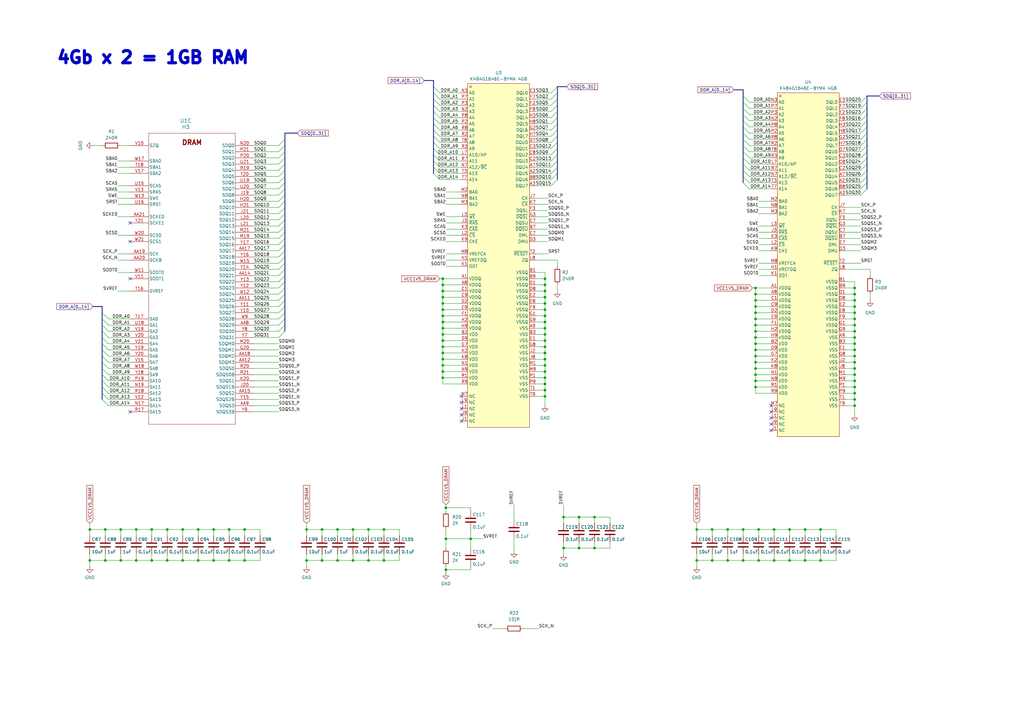
<source format=kicad_sch>
(kicad_sch (version 20250114) (generator "eeschema") (generator_version "9.0")
  (paper "A3")
  (text "4Gb x 2 = 1GB RAM" (at 22.86 26.67 0) (effects (font (size 5 5) (thickness 2) (bold yes)) (justify left bottom)))
  (junction (at 181.61 134.62))
  (junction (at 223.52 152.4))
  (junction (at 350.52 140.97))
  (junction (at 87.63 217.17))
  (junction (at 223.52 121.92))
  (junction (at 223.52 144.78))
  (junction (at 330.2 217.17))
  (junction (at 350.52 148.59))
  (junction (at 231.14 212.09))
  (junction (at 350.52 166.37))
  (junction (at 223.52 137.16))
  (junction (at 350.52 118.11))
  (junction (at 223.52 139.7))
  (junction (at 309.88 156.21))
  (junction (at 223.52 160.02))
  (junction (at 298.45 229.87))
  (junction (at 292.1 229.87))
  (junction (at 182.88 208.28))
  (junction (at 74.93 217.17))
  (junction (at 350.52 120.65))
  (junction (at 223.52 124.46))
  (junction (at 350.52 163.83))
  (junction (at 68.58 229.87))
  (junction (at 181.61 127))
  (junction (at 350.52 130.81))
  (junction (at 43.18 217.17))
  (junction (at 74.93 229.87))
  (junction (at 223.52 149.86))
  (junction (at 181.61 154.94))
  (junction (at 223.52 116.84))
  (junction (at 181.61 114.3))
  (junction (at 62.23 229.87))
  (junction (at 311.15 217.17))
  (junction (at 330.2 229.87))
  (junction (at 223.52 119.38))
  (junction (at 350.52 161.29))
  (junction (at 237.49 212.09))
  (junction (at 223.52 129.54))
  (junction (at 309.88 135.89))
  (junction (at 243.84 212.09))
  (junction (at 350.52 151.13))
  (junction (at 309.88 130.81))
  (junction (at 151.13 217.17))
  (junction (at 317.5 229.87))
  (junction (at 138.43 229.87))
  (junction (at 100.33 229.87))
  (junction (at 181.61 142.24))
  (junction (at 309.88 120.65))
  (junction (at 132.08 229.87))
  (junction (at 304.8 229.87))
  (junction (at 309.88 146.05))
  (junction (at 311.15 229.87))
  (junction (at 309.88 151.13))
  (junction (at 181.61 147.32))
  (junction (at 223.52 127))
  (junction (at 100.33 217.17))
  (junction (at 125.73 217.17))
  (junction (at 151.13 229.87))
  (junction (at 317.5 217.17))
  (junction (at 181.61 137.16))
  (junction (at 223.52 132.08))
  (junction (at 231.14 224.79))
  (junction (at 350.52 158.75))
  (junction (at 304.8 217.17))
  (junction (at 181.61 132.08))
  (junction (at 49.53 217.17))
  (junction (at 309.88 148.59))
  (junction (at 323.85 229.87))
  (junction (at 93.98 229.87))
  (junction (at 223.52 162.56))
  (junction (at 43.18 229.87))
  (junction (at 157.48 229.87))
  (junction (at 181.61 119.38))
  (junction (at 309.88 118.11))
  (junction (at 350.52 143.51))
  (junction (at 350.52 138.43))
  (junction (at 309.88 158.75))
  (junction (at 181.61 144.78))
  (junction (at 292.1 217.17))
  (junction (at 285.75 229.87))
  (junction (at 181.61 139.7))
  (junction (at 68.58 217.17))
  (junction (at 181.61 116.84))
  (junction (at 350.52 156.21))
  (junction (at 181.61 152.4))
  (junction (at 181.61 149.86))
  (junction (at 49.53 229.87))
  (junction (at 125.73 229.87))
  (junction (at 144.78 229.87))
  (junction (at 223.52 142.24))
  (junction (at 55.88 229.87))
  (junction (at 193.04 220.98))
  (junction (at 223.52 157.48))
  (junction (at 350.52 125.73))
  (junction (at 93.98 217.17))
  (junction (at 309.88 140.97))
  (junction (at 309.88 138.43))
  (junction (at 132.08 217.17))
  (junction (at 223.52 114.3))
  (junction (at 350.52 128.27))
  (junction (at 181.61 124.46))
  (junction (at 298.45 217.17))
  (junction (at 237.49 224.79))
  (junction (at 336.55 217.17))
  (junction (at 350.52 135.89))
  (junction (at 223.52 154.94))
  (junction (at 157.48 217.17))
  (junction (at 309.88 133.35))
  (junction (at 223.52 147.32))
  (junction (at 243.84 224.79))
  (junction (at 55.88 217.17))
  (junction (at 181.61 129.54))
  (junction (at 285.75 217.17))
  (junction (at 36.83 217.17))
  (junction (at 309.88 153.67))
  (junction (at 81.28 217.17))
  (junction (at 144.78 217.17))
  (junction (at 81.28 229.87))
  (junction (at 181.61 121.92))
  (junction (at 309.88 123.19))
  (junction (at 182.88 220.98))
  (junction (at 336.55 229.87))
  (junction (at 138.43 217.17))
  (junction (at 323.85 217.17))
  (junction (at 309.88 143.51))
  (junction (at 87.63 229.87))
  (junction (at 350.52 123.19))
  (junction (at 309.88 128.27))
  (junction (at 350.52 133.35))
  (junction (at 350.52 146.05))
  (junction (at 223.52 134.62))
  (junction (at 350.52 153.67))
  (junction (at 62.23 217.17))
  (junction (at 182.88 233.68))
  (junction (at 36.83 229.87))
  (junction (at 309.88 125.73))
  (no_connect (at 189.23 170.18))
  (no_connect (at 53.34 99.06))
  (no_connect (at 316.23 166.37))
  (no_connect (at 189.23 162.56))
  (no_connect (at 316.23 176.53))
  (no_connect (at 189.23 167.64))
  (no_connect (at 189.23 165.1))
  (no_connect (at 53.34 91.44))
  (no_connect (at 316.23 168.91))
  (no_connect (at 53.34 114.3))
  (no_connect (at 189.23 172.72))
  (no_connect (at 53.34 168.91))
  (no_connect (at 316.23 173.99))
  (no_connect (at 316.23 171.45))
  (bus_entry (at 116.84 133.35) (size -2.54 2.54))
  (bus_entry (at 228.6 68.58) (size -2.54 2.54))
  (bus_entry (at 228.6 73.66) (size -2.54 2.54))
  (bus_entry (at 116.84 135.89) (size -2.54 2.54))
  (bus_entry (at 304.8 54.61) (size 2.54 2.54))
  (bus_entry (at 304.8 57.15) (size 2.54 2.54))
  (bus_entry (at 177.8 63.5) (size 2.54 2.54))
  (bus_entry (at 228.6 66.04) (size -2.54 2.54))
  (bus_entry (at 304.8 64.77) (size 2.54 2.54))
  (bus_entry (at 116.84 125.73) (size -2.54 2.54))
  (bus_entry (at 41.91 161.29) (size 2.54 2.54))
  (bus_entry (at 116.84 69.85) (size -2.54 2.54))
  (bus_entry (at 228.6 48.26) (size -2.54 2.54))
  (bus_entry (at 116.84 97.79) (size -2.54 2.54))
  (bus_entry (at 116.84 92.71) (size -2.54 2.54))
  (bus_entry (at 116.84 120.65) (size -2.54 2.54))
  (bus_entry (at 177.8 71.12) (size 2.54 2.54))
  (bus_entry (at 304.8 52.07) (size 2.54 2.54))
  (bus_entry (at 177.8 58.42) (size 2.54 2.54))
  (bus_entry (at 116.84 105.41) (size -2.54 2.54))
  (bus_entry (at 116.84 57.15) (size -2.54 2.54))
  (bus_entry (at 228.6 71.12) (size -2.54 2.54))
  (bus_entry (at 355.6 49.53) (size -2.54 2.54))
  (bus_entry (at 304.8 44.45) (size 2.54 2.54))
  (bus_entry (at 116.84 128.27) (size -2.54 2.54))
  (bus_entry (at 228.6 50.8) (size -2.54 2.54))
  (bus_entry (at 41.91 135.89) (size 2.54 2.54))
  (bus_entry (at 304.8 67.31) (size 2.54 2.54))
  (bus_entry (at 355.6 39.37) (size -2.54 2.54))
  (bus_entry (at 41.91 133.35) (size 2.54 2.54))
  (bus_entry (at 116.84 118.11) (size -2.54 2.54))
  (bus_entry (at 355.6 46.99) (size -2.54 2.54))
  (bus_entry (at 116.84 62.23) (size -2.54 2.54))
  (bus_entry (at 116.84 130.81) (size -2.54 2.54))
  (bus_entry (at 228.6 38.1) (size -2.54 2.54))
  (bus_entry (at 355.6 44.45) (size -2.54 2.54))
  (bus_entry (at 355.6 64.77) (size -2.54 2.54))
  (bus_entry (at 116.84 77.47) (size -2.54 2.54))
  (bus_entry (at 41.91 148.59) (size 2.54 2.54))
  (bus_entry (at 228.6 45.72) (size -2.54 2.54))
  (bus_entry (at 304.8 46.99) (size 2.54 2.54))
  (bus_entry (at 41.91 140.97) (size 2.54 2.54))
  (bus_entry (at 304.8 41.91) (size 2.54 2.54))
  (bus_entry (at 228.6 53.34) (size -2.54 2.54))
  (bus_entry (at 116.84 64.77) (size -2.54 2.54))
  (bus_entry (at 355.6 74.93) (size -2.54 2.54))
  (bus_entry (at 116.84 85.09) (size -2.54 2.54))
  (bus_entry (at 355.6 72.39) (size -2.54 2.54))
  (bus_entry (at 177.8 50.8) (size 2.54 2.54))
  (bus_entry (at 228.6 43.18) (size -2.54 2.54))
  (bus_entry (at 304.8 69.85) (size 2.54 2.54))
  (bus_entry (at 177.8 35.56) (size 2.54 2.54))
  (bus_entry (at 228.6 58.42) (size -2.54 2.54))
  (bus_entry (at 41.91 146.05) (size 2.54 2.54))
  (bus_entry (at 41.91 143.51) (size 2.54 2.54))
  (bus_entry (at 116.84 87.63) (size -2.54 2.54))
  (bus_entry (at 116.84 59.69) (size -2.54 2.54))
  (bus_entry (at 355.6 77.47) (size -2.54 2.54))
  (bus_entry (at 177.8 38.1) (size 2.54 2.54))
  (bus_entry (at 228.6 60.96) (size -2.54 2.54))
  (bus_entry (at 177.8 48.26) (size 2.54 2.54))
  (bus_entry (at 116.84 102.87) (size -2.54 2.54))
  (bus_entry (at 304.8 62.23) (size 2.54 2.54))
  (bus_entry (at 41.91 163.83) (size 2.54 2.54))
  (bus_entry (at 41.91 151.13) (size 2.54 2.54))
  (bus_entry (at 41.91 156.21) (size 2.54 2.54))
  (bus_entry (at 177.8 68.58) (size 2.54 2.54))
  (bus_entry (at 355.6 57.15) (size -2.54 2.54))
  (bus_entry (at 116.84 72.39) (size -2.54 2.54))
  (bus_entry (at 116.84 90.17) (size -2.54 2.54))
  (bus_entry (at 355.6 69.85) (size -2.54 2.54))
  (bus_entry (at 41.91 130.81) (size 2.54 2.54))
  (bus_entry (at 304.8 74.93) (size 2.54 2.54))
  (bus_entry (at 228.6 40.64) (size -2.54 2.54))
  (bus_entry (at 116.84 100.33) (size -2.54 2.54))
  (bus_entry (at 228.6 63.5) (size -2.54 2.54))
  (bus_entry (at 116.84 95.25) (size -2.54 2.54))
  (bus_entry (at 116.84 123.19) (size -2.54 2.54))
  (bus_entry (at 177.8 60.96) (size 2.54 2.54))
  (bus_entry (at 41.91 158.75) (size 2.54 2.54))
  (bus_entry (at 355.6 62.23) (size -2.54 2.54))
  (bus_entry (at 355.6 41.91) (size -2.54 2.54))
  (bus_entry (at 355.6 54.61) (size -2.54 2.54))
  (bus_entry (at 177.8 55.88) (size 2.54 2.54))
  (bus_entry (at 116.84 107.95) (size -2.54 2.54))
  (bus_entry (at 228.6 55.88) (size -2.54 2.54))
  (bus_entry (at 304.8 59.69) (size 2.54 2.54))
  (bus_entry (at 355.6 67.31) (size -2.54 2.54))
  (bus_entry (at 228.6 35.56) (size -2.54 2.54))
  (bus_entry (at 355.6 59.69) (size -2.54 2.54))
  (bus_entry (at 177.8 66.04) (size 2.54 2.54))
  (bus_entry (at 41.91 153.67) (size 2.54 2.54))
  (bus_entry (at 177.8 40.64) (size 2.54 2.54))
  (bus_entry (at 355.6 52.07) (size -2.54 2.54))
  (bus_entry (at 116.84 110.49) (size -2.54 2.54))
  (bus_entry (at 304.8 49.53) (size 2.54 2.54))
  (bus_entry (at 177.8 53.34) (size 2.54 2.54))
  (bus_entry (at 304.8 72.39) (size 2.54 2.54))
  (bus_entry (at 41.91 128.27) (size 2.54 2.54))
  (bus_entry (at 41.91 138.43) (size 2.54 2.54))
  (bus_entry (at 177.8 43.18) (size 2.54 2.54))
  (bus_entry (at 116.84 67.31) (size -2.54 2.54))
  (bus_entry (at 116.84 82.55) (size -2.54 2.54))
  (bus_entry (at 116.84 74.93) (size -2.54 2.54))
  (bus_entry (at 116.84 80.01) (size -2.54 2.54))
  (bus_entry (at 116.84 115.57) (size -2.54 2.54))
  (bus_entry (at 177.8 45.72) (size 2.54 2.54))
  (bus_entry (at 304.8 39.37) (size 2.54 2.54))
  (bus_entry (at 116.84 113.03) (size -2.54 2.54))
  (wire (pts (xy 219.71 142.24) (xy 223.52 142.24)))
  (wire (pts (xy 309.88 120.65) (xy 316.23 120.65)))
  (wire (pts (xy 346.71 54.61) (xy 353.06 54.61)))
  (wire (pts (xy 219.71 73.66) (xy 226.06 73.66)))
  (wire (pts (xy 180.34 71.12) (xy 189.23 71.12)))
  (wire (pts (xy 138.43 217.17) (xy 132.08 217.17)))
  (wire (pts (xy 180.34 48.26) (xy 189.23 48.26)))
  (wire (pts (xy 309.88 138.43) (xy 316.23 138.43)))
  (wire (pts (xy 114.3 69.85) (xy 104.14 69.85)))
  (bus (pts (xy 177.8 45.72) (xy 177.8 48.26)))
  (wire (pts (xy 193.04 220.98) (xy 182.88 220.98)))
  (wire (pts (xy 48.26 68.58) (xy 53.34 68.58)))
  (bus (pts (xy 116.84 92.71) (xy 116.84 90.17)))
  (wire (pts (xy 219.71 68.58) (xy 226.06 68.58)))
  (wire (pts (xy 307.34 74.93) (xy 316.23 74.93)))
  (wire (pts (xy 62.23 219.71) (xy 62.23 217.17)))
  (wire (pts (xy 356.87 113.03) (xy 356.87 110.49)))
  (bus (pts (xy 177.8 48.26) (xy 177.8 50.8)))
  (bus (pts (xy 304.8 57.15) (xy 304.8 59.69)))
  (wire (pts (xy 346.71 138.43) (xy 350.52 138.43)))
  (wire (pts (xy 298.45 227.33) (xy 298.45 229.87)))
  (bus (pts (xy 355.6 44.45) (xy 355.6 46.99)))
  (wire (pts (xy 219.71 45.72) (xy 226.06 45.72)))
  (wire (pts (xy 48.26 111.76) (xy 53.34 111.76)))
  (wire (pts (xy 346.71 64.77) (xy 353.06 64.77)))
  (wire (pts (xy 219.71 127) (xy 223.52 127)))
  (bus (pts (xy 116.84 97.79) (xy 116.84 95.25)))
  (bus (pts (xy 304.8 67.31) (xy 304.8 69.85)))
  (wire (pts (xy 180.34 60.96) (xy 189.23 60.96)))
  (wire (pts (xy 180.34 50.8) (xy 189.23 50.8)))
  (wire (pts (xy 93.98 217.17) (xy 87.63 217.17)))
  (wire (pts (xy 346.71 74.93) (xy 353.06 74.93)))
  (bus (pts (xy 116.84 82.55) (xy 116.84 80.01)))
  (wire (pts (xy 181.61 121.92) (xy 189.23 121.92)))
  (wire (pts (xy 193.04 220.98) (xy 198.12 220.98)))
  (bus (pts (xy 116.84 59.69) (xy 116.84 57.15)))
  (wire (pts (xy 104.14 148.59) (xy 114.3 148.59)))
  (wire (pts (xy 104.14 158.75) (xy 114.3 158.75)))
  (wire (pts (xy 346.71 130.81) (xy 350.52 130.81)))
  (wire (pts (xy 104.14 138.43) (xy 114.3 138.43)))
  (wire (pts (xy 62.23 217.17) (xy 55.88 217.17)))
  (bus (pts (xy 304.8 49.53) (xy 304.8 52.07)))
  (wire (pts (xy 157.48 217.17) (xy 151.13 217.17)))
  (wire (pts (xy 81.28 229.87) (xy 87.63 229.87)))
  (bus (pts (xy 116.84 74.93) (xy 116.84 72.39)))
  (bus (pts (xy 177.8 60.96) (xy 177.8 63.5)))
  (wire (pts (xy 68.58 227.33) (xy 68.58 229.87)))
  (wire (pts (xy 219.71 76.2) (xy 226.06 76.2)))
  (wire (pts (xy 307.34 67.31) (xy 316.23 67.31)))
  (wire (pts (xy 309.88 156.21) (xy 316.23 156.21)))
  (wire (pts (xy 180.34 40.64) (xy 189.23 40.64)))
  (wire (pts (xy 151.13 219.71) (xy 151.13 217.17)))
  (wire (pts (xy 180.34 114.3) (xy 181.61 114.3)))
  (wire (pts (xy 157.48 227.33) (xy 157.48 229.87)))
  (bus (pts (xy 177.8 38.1) (xy 177.8 40.64)))
  (wire (pts (xy 219.71 86.36) (xy 224.79 86.36)))
  (wire (pts (xy 350.52 151.13) (xy 350.52 153.67)))
  (wire (pts (xy 342.9 227.33) (xy 342.9 229.87)))
  (wire (pts (xy 180.34 53.34) (xy 189.23 53.34)))
  (wire (pts (xy 100.33 227.33) (xy 100.33 229.87)))
  (wire (pts (xy 219.71 149.86) (xy 223.52 149.86)))
  (wire (pts (xy 219.71 50.8) (xy 226.06 50.8)))
  (wire (pts (xy 55.88 217.17) (xy 49.53 217.17)))
  (bus (pts (xy 228.6 48.26) (xy 228.6 50.8)))
  (wire (pts (xy 342.9 217.17) (xy 336.55 217.17)))
  (wire (pts (xy 182.88 109.22) (xy 189.23 109.22)))
  (bus (pts (xy 116.84 62.23) (xy 116.84 59.69)))
  (wire (pts (xy 336.55 229.87) (xy 342.9 229.87)))
  (wire (pts (xy 106.68 217.17) (xy 100.33 217.17)))
  (wire (pts (xy 237.49 212.09) (xy 231.14 212.09)))
  (wire (pts (xy 223.52 154.94) (xy 223.52 157.48)))
  (wire (pts (xy 114.3 59.69) (xy 104.14 59.69)))
  (wire (pts (xy 180.34 66.04) (xy 189.23 66.04)))
  (wire (pts (xy 181.61 154.94) (xy 189.23 154.94)))
  (wire (pts (xy 87.63 219.71) (xy 87.63 217.17)))
  (bus (pts (xy 41.91 125.73) (xy 38.1 125.73)))
  (wire (pts (xy 180.34 38.1) (xy 189.23 38.1)))
  (wire (pts (xy 223.52 116.84) (xy 223.52 114.3)))
  (wire (pts (xy 44.45 166.37) (xy 53.34 166.37)))
  (wire (pts (xy 181.61 127) (xy 181.61 129.54)))
  (wire (pts (xy 353.06 85.09) (xy 346.71 85.09)))
  (wire (pts (xy 309.88 130.81) (xy 309.88 133.35)))
  (wire (pts (xy 309.88 125.73) (xy 309.88 128.27)))
  (wire (pts (xy 182.88 83.82) (xy 189.23 83.82)))
  (wire (pts (xy 104.14 113.03) (xy 114.3 113.03)))
  (wire (pts (xy 330.2 217.17) (xy 330.2 219.71)))
  (wire (pts (xy 181.61 149.86) (xy 189.23 149.86)))
  (wire (pts (xy 346.71 62.23) (xy 353.06 62.23)))
  (wire (pts (xy 49.53 229.87) (xy 43.18 229.87)))
  (wire (pts (xy 104.14 166.37) (xy 114.3 166.37)))
  (wire (pts (xy 219.71 38.1) (xy 226.06 38.1)))
  (wire (pts (xy 356.87 110.49) (xy 346.71 110.49)))
  (wire (pts (xy 48.26 119.38) (xy 53.34 119.38)))
  (wire (pts (xy 342.9 217.17) (xy 342.9 219.71)))
  (wire (pts (xy 181.61 149.86) (xy 181.61 152.4)))
  (wire (pts (xy 104.14 156.21) (xy 114.3 156.21)))
  (bus (pts (xy 116.84 107.95) (xy 116.84 105.41)))
  (bus (pts (xy 177.8 68.58) (xy 177.8 71.12)))
  (wire (pts (xy 43.18 217.17) (xy 36.83 217.17)))
  (wire (pts (xy 181.61 152.4) (xy 189.23 152.4)))
  (wire (pts (xy 298.45 229.87) (xy 304.8 229.87)))
  (wire (pts (xy 210.82 220.98) (xy 210.82 226.06)))
  (bus (pts (xy 355.6 49.53) (xy 355.6 52.07)))
  (wire (pts (xy 81.28 217.17) (xy 81.28 219.71)))
  (wire (pts (xy 223.52 137.16) (xy 223.52 139.7)))
  (wire (pts (xy 181.61 142.24) (xy 189.23 142.24)))
  (bus (pts (xy 116.84 69.85) (xy 116.84 67.31)))
  (wire (pts (xy 292.1 227.33) (xy 292.1 229.87)))
  (wire (pts (xy 48.26 96.52) (xy 53.34 96.52)))
  (bus (pts (xy 177.8 66.04) (xy 177.8 68.58)))
  (wire (pts (xy 243.84 222.25) (xy 243.84 224.79)))
  (wire (pts (xy 182.88 106.68) (xy 189.23 106.68)))
  (wire (pts (xy 231.14 207.01) (xy 231.14 212.09)))
  (wire (pts (xy 237.49 222.25) (xy 237.49 224.79)))
  (wire (pts (xy 346.71 77.47) (xy 353.06 77.47)))
  (bus (pts (xy 41.91 161.29) (xy 41.91 163.83)))
  (wire (pts (xy 231.14 222.25) (xy 231.14 224.79)))
  (wire (pts (xy 219.71 96.52) (xy 224.79 96.52)))
  (wire (pts (xy 182.88 99.06) (xy 189.23 99.06)))
  (bus (pts (xy 116.84 128.27) (xy 116.84 125.73)))
  (bus (pts (xy 360.68 39.37) (xy 355.6 39.37)))
  (wire (pts (xy 307.34 57.15) (xy 316.23 57.15)))
  (wire (pts (xy 104.14 82.55) (xy 114.3 82.55)))
  (wire (pts (xy 104.14 133.35) (xy 114.3 133.35)))
  (wire (pts (xy 224.79 81.28) (xy 219.71 81.28)))
  (wire (pts (xy 219.71 63.5) (xy 226.06 63.5)))
  (wire (pts (xy 309.88 156.21) (xy 309.88 158.75)))
  (wire (pts (xy 182.88 104.14) (xy 189.23 104.14)))
  (wire (pts (xy 219.71 88.9) (xy 224.79 88.9)))
  (wire (pts (xy 309.88 148.59) (xy 309.88 151.13)))
  (wire (pts (xy 48.26 88.9) (xy 53.34 88.9)))
  (wire (pts (xy 346.71 146.05) (xy 350.52 146.05)))
  (wire (pts (xy 219.71 124.46) (xy 223.52 124.46)))
  (wire (pts (xy 104.14 110.49) (xy 114.3 110.49)))
  (wire (pts (xy 309.88 151.13) (xy 316.23 151.13)))
  (wire (pts (xy 104.14 100.33) (xy 114.3 100.33)))
  (wire (pts (xy 307.34 59.69) (xy 316.23 59.69)))
  (wire (pts (xy 223.52 157.48) (xy 223.52 160.02)))
  (wire (pts (xy 223.52 119.38) (xy 223.52 116.84)))
  (bus (pts (xy 116.84 125.73) (xy 116.84 123.19)))
  (wire (pts (xy 308.61 118.11) (xy 309.88 118.11)))
  (wire (pts (xy 311.15 219.71) (xy 311.15 217.17)))
  (wire (pts (xy 182.88 220.98) (xy 182.88 224.79)))
  (wire (pts (xy 346.71 95.25) (xy 353.06 95.25)))
  (wire (pts (xy 223.52 114.3) (xy 223.52 111.76)))
  (wire (pts (xy 68.58 217.17) (xy 68.58 219.71)))
  (wire (pts (xy 350.52 125.73) (xy 350.52 123.19)))
  (wire (pts (xy 250.19 222.25) (xy 250.19 224.79)))
  (wire (pts (xy 243.84 224.79) (xy 250.19 224.79)))
  (wire (pts (xy 219.71 71.12) (xy 226.06 71.12)))
  (wire (pts (xy 93.98 229.87) (xy 100.33 229.87)))
  (bus (pts (xy 304.8 39.37) (xy 304.8 41.91)))
  (bus (pts (xy 41.91 128.27) (xy 41.91 125.73)))
  (wire (pts (xy 317.5 217.17) (xy 311.15 217.17)))
  (wire (pts (xy 311.15 95.25) (xy 316.23 95.25)))
  (wire (pts (xy 100.33 219.71) (xy 100.33 217.17)))
  (bus (pts (xy 355.6 64.77) (xy 355.6 67.31)))
  (wire (pts (xy 219.71 121.92) (xy 223.52 121.92)))
  (wire (pts (xy 44.45 143.51) (xy 53.34 143.51)))
  (wire (pts (xy 151.13 229.87) (xy 157.48 229.87)))
  (wire (pts (xy 181.61 129.54) (xy 189.23 129.54)))
  (wire (pts (xy 87.63 217.17) (xy 81.28 217.17)))
  (wire (pts (xy 350.52 158.75) (xy 350.52 161.29)))
  (wire (pts (xy 311.15 92.71) (xy 316.23 92.71)))
  (wire (pts (xy 68.58 229.87) (xy 74.93 229.87)))
  (wire (pts (xy 44.45 146.05) (xy 53.34 146.05)))
  (wire (pts (xy 219.71 134.62) (xy 223.52 134.62)))
  (wire (pts (xy 346.71 90.17) (xy 353.06 90.17)))
  (wire (pts (xy 346.71 128.27) (xy 350.52 128.27)))
  (wire (pts (xy 309.88 133.35) (xy 309.88 135.89)))
  (wire (pts (xy 346.71 156.21) (xy 350.52 156.21)))
  (wire (pts (xy 350.52 166.37) (xy 350.52 170.18)))
  (wire (pts (xy 44.45 133.35) (xy 53.34 133.35)))
  (wire (pts (xy 231.14 224.79) (xy 237.49 224.79)))
  (wire (pts (xy 48.26 71.12) (xy 53.34 71.12)))
  (wire (pts (xy 93.98 217.17) (xy 93.98 219.71)))
  (wire (pts (xy 138.43 219.71) (xy 138.43 217.17)))
  (bus (pts (xy 228.6 66.04) (xy 228.6 68.58)))
  (wire (pts (xy 350.52 163.83) (xy 350.52 166.37)))
  (wire (pts (xy 311.15 107.95) (xy 316.23 107.95)))
  (wire (pts (xy 44.45 151.13) (xy 53.34 151.13)))
  (bus (pts (xy 116.84 77.47) (xy 116.84 74.93)))
  (bus (pts (xy 228.6 35.56) (xy 228.6 38.1)))
  (bus (pts (xy 116.84 113.03) (xy 116.84 110.49)))
  (bus (pts (xy 116.84 102.87) (xy 116.84 100.33)))
  (bus (pts (xy 41.91 148.59) (xy 41.91 151.13)))
  (wire (pts (xy 346.71 59.69) (xy 353.06 59.69)))
  (wire (pts (xy 350.52 140.97) (xy 350.52 138.43)))
  (wire (pts (xy 346.71 49.53) (xy 353.06 49.53)))
  (wire (pts (xy 36.83 217.17) (xy 36.83 219.71)))
  (wire (pts (xy 223.52 127) (xy 223.52 124.46)))
  (wire (pts (xy 330.2 217.17) (xy 323.85 217.17)))
  (wire (pts (xy 346.71 125.73) (xy 350.52 125.73)))
  (wire (pts (xy 346.71 120.65) (xy 350.52 120.65)))
  (wire (pts (xy 104.14 62.23) (xy 114.3 62.23)))
  (wire (pts (xy 104.14 67.31) (xy 114.3 67.31)))
  (wire (pts (xy 182.88 233.68) (xy 193.04 233.68)))
  (bus (pts (xy 41.91 156.21) (xy 41.91 158.75)))
  (bus (pts (xy 228.6 71.12) (xy 228.6 73.66)))
  (bus (pts (xy 116.84 123.19) (xy 116.84 120.65)))
  (wire (pts (xy 106.68 219.71) (xy 106.68 217.17)))
  (bus (pts (xy 355.6 41.91) (xy 355.6 44.45)))
  (wire (pts (xy 44.45 130.81) (xy 53.34 130.81)))
  (wire (pts (xy 100.33 229.87) (xy 106.68 229.87)))
  (wire (pts (xy 309.88 158.75) (xy 316.23 158.75)))
  (bus (pts (xy 177.8 58.42) (xy 177.8 60.96)))
  (wire (pts (xy 104.14 161.29) (xy 114.3 161.29)))
  (wire (pts (xy 125.73 227.33) (xy 125.73 229.87)))
  (wire (pts (xy 181.61 144.78) (xy 189.23 144.78)))
  (bus (pts (xy 228.6 63.5) (xy 228.6 66.04)))
  (wire (pts (xy 104.14 123.19) (xy 114.3 123.19)))
  (wire (pts (xy 104.14 87.63) (xy 114.3 87.63)))
  (wire (pts (xy 346.71 72.39) (xy 353.06 72.39)))
  (bus (pts (xy 116.84 95.25) (xy 116.84 92.71)))
  (wire (pts (xy 104.14 105.41) (xy 114.3 105.41)))
  (wire (pts (xy 309.88 138.43) (xy 309.88 140.97)))
  (wire (pts (xy 224.79 83.82) (xy 219.71 83.82)))
  (wire (pts (xy 219.71 40.64) (xy 226.06 40.64)))
  (wire (pts (xy 219.71 157.48) (xy 223.52 157.48)))
  (wire (pts (xy 104.14 115.57) (xy 114.3 115.57)))
  (wire (pts (xy 163.83 227.33) (xy 163.83 229.87)))
  (bus (pts (xy 304.8 69.85) (xy 304.8 72.39)))
  (bus (pts (xy 116.84 120.65) (xy 116.84 118.11)))
  (bus (pts (xy 116.84 64.77) (xy 116.84 62.23)))
  (wire (pts (xy 309.88 161.29) (xy 316.23 161.29)))
  (wire (pts (xy 181.61 127) (xy 189.23 127)))
  (wire (pts (xy 49.53 59.69) (xy 53.34 59.69)))
  (wire (pts (xy 346.71 41.91) (xy 353.06 41.91)))
  (wire (pts (xy 104.14 102.87) (xy 114.3 102.87)))
  (wire (pts (xy 307.34 77.47) (xy 316.23 77.47)))
  (wire (pts (xy 138.43 229.87) (xy 132.08 229.87)))
  (wire (pts (xy 346.71 158.75) (xy 350.52 158.75)))
  (wire (pts (xy 201.93 257.81) (xy 207.01 257.81)))
  (bus (pts (xy 228.6 53.34) (xy 228.6 55.88)))
  (wire (pts (xy 346.71 153.67) (xy 350.52 153.67)))
  (wire (pts (xy 181.61 157.48) (xy 189.23 157.48)))
  (wire (pts (xy 151.13 227.33) (xy 151.13 229.87)))
  (wire (pts (xy 223.52 129.54) (xy 223.52 127)))
  (wire (pts (xy 309.88 135.89) (xy 309.88 138.43)))
  (wire (pts (xy 181.61 137.16) (xy 181.61 139.7)))
  (wire (pts (xy 104.14 80.01) (xy 114.3 80.01)))
  (wire (pts (xy 104.14 85.09) (xy 114.3 85.09)))
  (wire (pts (xy 309.88 158.75) (xy 309.88 161.29)))
  (wire (pts (xy 350.52 153.67) (xy 350.52 156.21)))
  (wire (pts (xy 181.61 139.7) (xy 189.23 139.7)))
  (wire (pts (xy 307.34 54.61) (xy 316.23 54.61)))
  (wire (pts (xy 330.2 229.87) (xy 336.55 229.87)))
  (wire (pts (xy 309.88 123.19) (xy 316.23 123.19)))
  (bus (pts (xy 116.84 135.89) (xy 116.84 133.35)))
  (wire (pts (xy 49.53 227.33) (xy 49.53 229.87)))
  (wire (pts (xy 353.06 107.95) (xy 346.71 107.95)))
  (bus (pts (xy 116.84 57.15) (xy 116.84 54.61)))
  (wire (pts (xy 180.34 63.5) (xy 189.23 63.5)))
  (bus (pts (xy 355.6 52.07) (xy 355.6 54.61)))
  (wire (pts (xy 243.84 212.09) (xy 237.49 212.09)))
  (wire (pts (xy 181.61 121.92) (xy 181.61 124.46)))
  (wire (pts (xy 346.71 161.29) (xy 350.52 161.29)))
  (bus (pts (xy 41.91 135.89) (xy 41.91 138.43)))
  (wire (pts (xy 309.88 153.67) (xy 316.23 153.67)))
  (wire (pts (xy 104.14 153.67) (xy 114.3 153.67)))
  (wire (pts (xy 346.71 123.19) (xy 350.52 123.19)))
  (wire (pts (xy 104.14 107.95) (xy 114.3 107.95)))
  (wire (pts (xy 180.34 43.18) (xy 189.23 43.18)))
  (wire (pts (xy 309.88 133.35) (xy 316.23 133.35)))
  (wire (pts (xy 356.87 120.65) (xy 356.87 123.19)))
  (wire (pts (xy 104.14 143.51) (xy 114.3 143.51)))
  (bus (pts (xy 228.6 40.64) (xy 228.6 43.18)))
  (wire (pts (xy 350.52 156.21) (xy 350.52 158.75)))
  (wire (pts (xy 311.15 87.63) (xy 316.23 87.63)))
  (bus (pts (xy 41.91 138.43) (xy 41.91 140.97)))
  (wire (pts (xy 309.88 140.97) (xy 309.88 143.51)))
  (wire (pts (xy 304.8 227.33) (xy 304.8 229.87)))
  (wire (pts (xy 223.52 162.56) (xy 223.52 166.37)))
  (bus (pts (xy 41.91 143.51) (xy 41.91 146.05)))
  (wire (pts (xy 309.88 128.27) (xy 309.88 130.81)))
  (wire (pts (xy 311.15 113.03) (xy 316.23 113.03)))
  (wire (pts (xy 330.2 227.33) (xy 330.2 229.87)))
  (wire (pts (xy 104.14 72.39) (xy 114.3 72.39)))
  (bus (pts (xy 355.6 72.39) (xy 355.6 74.93)))
  (wire (pts (xy 144.78 229.87) (xy 151.13 229.87)))
  (bus (pts (xy 355.6 69.85) (xy 355.6 72.39)))
  (wire (pts (xy 44.45 153.67) (xy 53.34 153.67)))
  (wire (pts (xy 309.88 153.67) (xy 309.88 156.21)))
  (wire (pts (xy 219.71 132.08) (xy 223.52 132.08)))
  (wire (pts (xy 309.88 125.73) (xy 316.23 125.73)))
  (wire (pts (xy 74.93 227.33) (xy 74.93 229.87)))
  (wire (pts (xy 298.45 229.87) (xy 292.1 229.87)))
  (wire (pts (xy 307.34 72.39) (xy 316.23 72.39)))
  (wire (pts (xy 346.71 44.45) (xy 353.06 44.45)))
  (wire (pts (xy 48.26 83.82) (xy 53.34 83.82)))
  (wire (pts (xy 237.49 224.79) (xy 243.84 224.79)))
  (wire (pts (xy 104.14 64.77) (xy 114.3 64.77)))
  (wire (pts (xy 104.14 140.97) (xy 114.3 140.97)))
  (wire (pts (xy 223.52 144.78) (xy 223.52 147.32)))
  (wire (pts (xy 182.88 208.28) (xy 193.04 208.28)))
  (wire (pts (xy 307.34 49.53) (xy 316.23 49.53)))
  (wire (pts (xy 74.93 229.87) (xy 81.28 229.87)))
  (wire (pts (xy 311.15 97.79) (xy 316.23 97.79)))
  (bus (pts (xy 304.8 64.77) (xy 304.8 67.31)))
  (bus (pts (xy 355.6 62.23) (xy 355.6 64.77)))
  (wire (pts (xy 311.15 110.49) (xy 316.23 110.49)))
  (wire (pts (xy 41.91 59.69) (xy 38.1 59.69)))
  (wire (pts (xy 323.85 229.87) (xy 330.2 229.87)))
  (bus (pts (xy 355.6 54.61) (xy 355.6 57.15)))
  (bus (pts (xy 116.84 118.11) (xy 116.84 115.57)))
  (wire (pts (xy 231.14 212.09) (xy 231.14 214.63)))
  (bus (pts (xy 177.8 63.5) (xy 177.8 66.04)))
  (bus (pts (xy 228.6 60.96) (xy 228.6 63.5)))
  (wire (pts (xy 346.71 148.59) (xy 350.52 148.59)))
  (wire (pts (xy 346.71 92.71) (xy 353.06 92.71)))
  (wire (pts (xy 250.19 214.63) (xy 250.19 212.09)))
  (wire (pts (xy 350.52 138.43) (xy 350.52 135.89)))
  (wire (pts (xy 125.73 214.63) (xy 125.73 217.17)))
  (wire (pts (xy 181.61 114.3) (xy 181.61 116.84)))
  (wire (pts (xy 163.83 217.17) (xy 157.48 217.17)))
  (wire (pts (xy 49.53 217.17) (xy 43.18 217.17)))
  (wire (pts (xy 350.52 133.35) (xy 350.52 130.81)))
  (wire (pts (xy 182.88 208.28) (xy 182.88 209.55)))
  (wire (pts (xy 104.14 168.91) (xy 114.3 168.91)))
  (wire (pts (xy 219.71 43.18) (xy 226.06 43.18)))
  (wire (pts (xy 346.71 135.89) (xy 350.52 135.89)))
  (wire (pts (xy 49.53 229.87) (xy 55.88 229.87)))
  (wire (pts (xy 43.18 227.33) (xy 43.18 229.87)))
  (wire (pts (xy 104.14 90.17) (xy 114.3 90.17)))
  (wire (pts (xy 237.49 214.63) (xy 237.49 212.09)))
  (wire (pts (xy 350.52 135.89) (xy 350.52 133.35)))
  (bus (pts (xy 116.84 90.17) (xy 116.84 87.63)))
  (wire (pts (xy 223.52 160.02) (xy 223.52 162.56)))
  (wire (pts (xy 346.71 133.35) (xy 350.52 133.35)))
  (wire (pts (xy 346.71 69.85) (xy 353.06 69.85)))
  (bus (pts (xy 228.6 55.88) (xy 228.6 58.42)))
  (wire (pts (xy 104.14 128.27) (xy 114.3 128.27)))
  (bus (pts (xy 355.6 59.69) (xy 355.6 62.23)))
  (wire (pts (xy 219.71 160.02) (xy 223.52 160.02)))
  (wire (pts (xy 219.71 91.44) (xy 224.79 91.44)))
  (wire (pts (xy 181.61 134.62) (xy 189.23 134.62)))
  (wire (pts (xy 309.88 151.13) (xy 309.88 153.67)))
  (wire (pts (xy 311.15 82.55) (xy 316.23 82.55)))
  (wire (pts (xy 93.98 227.33) (xy 93.98 229.87)))
  (wire (pts (xy 44.45 156.21) (xy 53.34 156.21)))
  (wire (pts (xy 307.34 41.91) (xy 316.23 41.91)))
  (wire (pts (xy 182.88 91.44) (xy 189.23 91.44)))
  (wire (pts (xy 62.23 227.33) (xy 62.23 229.87)))
  (bus (pts (xy 304.8 52.07) (xy 304.8 54.61)))
  (wire (pts (xy 180.34 55.88) (xy 189.23 55.88)))
  (wire (pts (xy 292.1 217.17) (xy 292.1 219.71)))
  (wire (pts (xy 346.71 166.37) (xy 350.52 166.37)))
  (wire (pts (xy 219.71 137.16) (xy 223.52 137.16)))
  (wire (pts (xy 228.6 106.68) (xy 219.71 106.68)))
  (wire (pts (xy 219.71 99.06) (xy 224.79 99.06)))
  (wire (pts (xy 182.88 232.41) (xy 182.88 233.68)))
  (wire (pts (xy 219.71 114.3) (xy 223.52 114.3)))
  (wire (pts (xy 307.34 62.23) (xy 316.23 62.23)))
  (wire (pts (xy 311.15 85.09) (xy 316.23 85.09)))
  (wire (pts (xy 210.82 207.01) (xy 210.82 213.36)))
  (wire (pts (xy 36.83 214.63) (xy 36.83 217.17)))
  (wire (pts (xy 181.61 154.94) (xy 181.61 157.48)))
  (wire (pts (xy 181.61 152.4) (xy 181.61 154.94)))
  (wire (pts (xy 219.71 66.04) (xy 226.06 66.04)))
  (wire (pts (xy 223.52 111.76) (xy 219.71 111.76)))
  (wire (pts (xy 223.52 124.46) (xy 223.52 121.92)))
  (wire (pts (xy 219.71 154.94) (xy 223.52 154.94)))
  (wire (pts (xy 336.55 219.71) (xy 336.55 217.17)))
  (wire (pts (xy 44.45 138.43) (xy 53.34 138.43)))
  (wire (pts (xy 285.75 217.17) (xy 285.75 219.71)))
  (wire (pts (xy 350.52 143.51) (xy 350.52 146.05)))
  (bus (pts (xy 116.84 87.63) (xy 116.84 85.09)))
  (wire (pts (xy 228.6 116.84) (xy 228.6 119.38)))
  (wire (pts (xy 104.14 135.89) (xy 114.3 135.89)))
  (wire (pts (xy 219.71 48.26) (xy 226.06 48.26)))
  (wire (pts (xy 182.88 233.68) (xy 182.88 234.95)))
  (wire (pts (xy 182.88 78.74) (xy 189.23 78.74)))
  (wire (pts (xy 132.08 217.17) (xy 125.73 217.17)))
  (bus (pts (xy 228.6 58.42) (xy 228.6 60.96)))
  (wire (pts (xy 219.71 58.42) (xy 226.06 58.42)))
  (wire (pts (xy 309.88 143.51) (xy 309.88 146.05)))
  (wire (pts (xy 181.61 124.46) (xy 189.23 124.46)))
  (wire (pts (xy 346.71 97.79) (xy 353.06 97.79)))
  (wire (pts (xy 44.45 148.59) (xy 53.34 148.59)))
  (wire (pts (xy 307.34 69.85) (xy 316.23 69.85)))
  (wire (pts (xy 180.34 45.72) (xy 189.23 45.72)))
  (bus (pts (xy 304.8 72.39) (xy 304.8 74.93)))
  (wire (pts (xy 350.52 118.11) (xy 350.52 115.57)))
  (wire (pts (xy 138.43 227.33) (xy 138.43 229.87)))
  (wire (pts (xy 144.78 227.33) (xy 144.78 229.87)))
  (wire (pts (xy 346.71 151.13) (xy 350.52 151.13)))
  (wire (pts (xy 309.88 140.97) (xy 316.23 140.97)))
  (wire (pts (xy 55.88 227.33) (xy 55.88 229.87)))
  (wire (pts (xy 44.45 163.83) (xy 53.34 163.83)))
  (bus (pts (xy 304.8 54.61) (xy 304.8 57.15)))
  (wire (pts (xy 182.88 81.28) (xy 189.23 81.28)))
  (wire (pts (xy 307.34 64.77) (xy 316.23 64.77)))
  (wire (pts (xy 44.45 158.75) (xy 53.34 158.75)))
  (bus (pts (xy 304.8 39.37) (xy 304.8 36.83)))
  (wire (pts (xy 193.04 233.68) (xy 193.04 232.41)))
  (wire (pts (xy 44.45 161.29) (xy 53.34 161.29)))
  (wire (pts (xy 304.8 217.17) (xy 304.8 219.71)))
  (wire (pts (xy 309.88 135.89) (xy 316.23 135.89)))
  (wire (pts (xy 182.88 88.9) (xy 189.23 88.9)))
  (wire (pts (xy 44.45 140.97) (xy 53.34 140.97)))
  (wire (pts (xy 132.08 227.33) (xy 132.08 229.87)))
  (wire (pts (xy 346.71 57.15) (xy 353.06 57.15)))
  (bus (pts (xy 116.84 80.01) (xy 116.84 77.47)))
  (bus (pts (xy 228.6 43.18) (xy 228.6 45.72)))
  (wire (pts (xy 106.68 227.33) (xy 106.68 229.87)))
  (wire (pts (xy 219.71 139.7) (xy 223.52 139.7)))
  (wire (pts (xy 307.34 52.07) (xy 316.23 52.07)))
  (wire (pts (xy 193.04 220.98) (xy 193.04 224.79)))
  (wire (pts (xy 104.14 77.47) (xy 114.3 77.47)))
  (wire (pts (xy 285.75 214.63) (xy 285.75 217.17)))
  (bus (pts (xy 41.91 158.75) (xy 41.91 161.29)))
  (wire (pts (xy 309.88 146.05) (xy 309.88 148.59)))
  (wire (pts (xy 104.14 118.11) (xy 114.3 118.11)))
  (wire (pts (xy 219.71 119.38) (xy 223.52 119.38)))
  (wire (pts (xy 104.14 125.73) (xy 114.3 125.73)))
  (bus (pts (xy 116.84 133.35) (xy 116.84 130.81)))
  (wire (pts (xy 346.71 67.31) (xy 353.06 67.31)))
  (wire (pts (xy 104.14 120.65) (xy 114.3 120.65)))
  (wire (pts (xy 104.14 97.79) (xy 114.3 97.79)))
  (wire (pts (xy 350.52 130.81) (xy 350.52 128.27)))
  (wire (pts (xy 104.14 146.05) (xy 114.3 146.05)))
  (bus (pts (xy 41.91 130.81) (xy 41.91 133.35)))
  (wire (pts (xy 151.13 217.17) (xy 144.78 217.17)))
  (wire (pts (xy 311.15 229.87) (xy 317.5 229.87)))
  (wire (pts (xy 104.14 74.93) (xy 114.3 74.93)))
  (wire (pts (xy 125.73 217.17) (xy 125.73 219.71)))
  (wire (pts (xy 292.1 229.87) (xy 285.75 229.87)))
  (wire (pts (xy 317.5 217.17) (xy 317.5 219.71)))
  (wire (pts (xy 292.1 217.17) (xy 285.75 217.17)))
  (wire (pts (xy 250.19 212.09) (xy 243.84 212.09)))
  (bus (pts (xy 304.8 46.99) (xy 304.8 49.53)))
  (wire (pts (xy 181.61 137.16) (xy 189.23 137.16)))
  (bus (pts (xy 116.84 67.31) (xy 116.84 64.77)))
  (bus (pts (xy 177.8 33.02) (xy 173.99 33.02)))
  (wire (pts (xy 43.18 217.17) (xy 43.18 219.71)))
  (bus (pts (xy 177.8 40.64) (xy 177.8 43.18)))
  (wire (pts (xy 181.61 119.38) (xy 181.61 121.92)))
  (bus (pts (xy 304.8 44.45) (xy 304.8 46.99)))
  (wire (pts (xy 181.61 114.3) (xy 189.23 114.3)))
  (wire (pts (xy 48.26 104.14) (xy 53.34 104.14)))
  (wire (pts (xy 48.26 78.74) (xy 53.34 78.74)))
  (bus (pts (xy 304.8 41.91) (xy 304.8 44.45)))
  (bus (pts (xy 304.8 62.23) (xy 304.8 64.77)))
  (wire (pts (xy 353.06 87.63) (xy 346.71 87.63)))
  (wire (pts (xy 350.52 115.57) (xy 346.71 115.57)))
  (bus (pts (xy 228.6 38.1) (xy 228.6 40.64)))
  (wire (pts (xy 181.61 147.32) (xy 189.23 147.32)))
  (wire (pts (xy 36.83 229.87) (xy 36.83 232.41)))
  (wire (pts (xy 307.34 46.99) (xy 316.23 46.99)))
  (wire (pts (xy 104.14 130.81) (xy 114.3 130.81)))
  (wire (pts (xy 346.71 118.11) (xy 350.52 118.11)))
  (wire (pts (xy 228.6 109.22) (xy 228.6 106.68)))
  (wire (pts (xy 304.8 229.87) (xy 311.15 229.87)))
  (wire (pts (xy 219.71 152.4) (xy 223.52 152.4)))
  (wire (pts (xy 144.78 217.17) (xy 138.43 217.17)))
  (wire (pts (xy 350.52 148.59) (xy 350.52 151.13)))
  (wire (pts (xy 231.14 224.79) (xy 231.14 227.33)))
  (wire (pts (xy 309.88 118.11) (xy 316.23 118.11)))
  (bus (pts (xy 177.8 55.88) (xy 177.8 58.42)))
  (bus (pts (xy 232.41 35.56) (xy 228.6 35.56)))
  (wire (pts (xy 317.5 227.33) (xy 317.5 229.87)))
  (wire (pts (xy 298.45 217.17) (xy 292.1 217.17)))
  (wire (pts (xy 219.71 60.96) (xy 226.06 60.96)))
  (wire (pts (xy 68.58 217.17) (xy 62.23 217.17)))
  (wire (pts (xy 350.52 120.65) (xy 350.52 118.11)))
  (wire (pts (xy 285.75 229.87) (xy 285.75 232.41)))
  (bus (pts (xy 355.6 39.37) (xy 355.6 41.91)))
  (wire (pts (xy 223.52 147.32) (xy 223.52 149.86)))
  (wire (pts (xy 346.71 52.07) (xy 353.06 52.07)))
  (bus (pts (xy 41.91 140.97) (xy 41.91 143.51)))
  (wire (pts (xy 180.34 68.58) (xy 189.23 68.58)))
  (wire (pts (xy 181.61 144.78) (xy 181.61 147.32)))
  (wire (pts (xy 223.52 134.62) (xy 223.52 132.08)))
  (bus (pts (xy 116.84 105.41) (xy 116.84 102.87)))
  (wire (pts (xy 48.26 106.68) (xy 53.34 106.68)))
  (wire (pts (xy 223.52 137.16) (xy 223.52 134.62)))
  (wire (pts (xy 182.88 93.98) (xy 189.23 93.98)))
  (wire (pts (xy 44.45 135.89) (xy 53.34 135.89)))
  (wire (pts (xy 223.52 149.86) (xy 223.52 152.4)))
  (wire (pts (xy 48.26 76.2) (xy 53.34 76.2)))
  (wire (pts (xy 309.88 148.59) (xy 316.23 148.59)))
  (wire (pts (xy 182.88 207.01) (xy 182.88 208.28)))
  (bus (pts (xy 228.6 50.8) (xy 228.6 53.34)))
  (wire (pts (xy 336.55 217.17) (xy 330.2 217.17)))
  (wire (pts (xy 181.61 119.38) (xy 189.23 119.38)))
  (wire (pts (xy 350.52 140.97) (xy 350.52 143.51)))
  (wire (pts (xy 309.88 118.11) (xy 309.88 120.65)))
  (wire (pts (xy 104.14 95.25) (xy 114.3 95.25)))
  (wire (pts (xy 223.52 152.4) (xy 223.52 154.94)))
  (wire (pts (xy 346.71 46.99) (xy 353.06 46.99)))
  (wire (pts (xy 309.88 146.05) (xy 316.23 146.05)))
  (bus (pts (xy 228.6 68.58) (xy 228.6 71.12)))
  (wire (pts (xy 104.14 163.83) (xy 114.3 163.83)))
  (wire (pts (xy 163.83 219.71) (xy 163.83 217.17)))
  (wire (pts (xy 243.84 212.09) (xy 243.84 214.63)))
  (wire (pts (xy 311.15 102.87) (xy 316.23 102.87)))
  (wire (pts (xy 87.63 229.87) (xy 93.98 229.87)))
  (bus (pts (xy 116.84 110.49) (xy 116.84 107.95)))
  (wire (pts (xy 309.88 120.65) (xy 309.88 123.19)))
  (wire (pts (xy 157.48 217.17) (xy 157.48 219.71)))
  (wire (pts (xy 285.75 227.33) (xy 285.75 229.87)))
  (bus (pts (xy 116.84 130.81) (xy 116.84 128.27)))
  (wire (pts (xy 219.71 55.88) (xy 226.06 55.88)))
  (bus (pts (xy 116.84 54.61) (xy 121.92 54.61)))
  (wire (pts (xy 181.61 116.84) (xy 181.61 119.38)))
  (wire (pts (xy 48.26 81.28) (xy 53.34 81.28)))
  (wire (pts (xy 62.23 229.87) (xy 68.58 229.87)))
  (wire (pts (xy 138.43 229.87) (xy 144.78 229.87)))
  (wire (pts (xy 309.88 143.51) (xy 316.23 143.51)))
  (wire (pts (xy 181.61 139.7) (xy 181.61 142.24)))
  (bus (pts (xy 228.6 45.72) (xy 228.6 48.26)))
  (wire (pts (xy 180.34 73.66) (xy 189.23 73.66)))
  (wire (pts (xy 223.52 121.92) (xy 223.52 119.38)))
  (wire (pts (xy 224.79 104.14) (xy 219.71 104.14)))
  (wire (pts (xy 346.71 80.01) (xy 353.06 80.01)))
  (bus (pts (xy 116.84 100.33) (xy 116.84 97.79)))
  (wire (pts (xy 193.04 217.17) (xy 193.04 220.98)))
  (bus (pts (xy 177.8 35.56) (xy 177.8 33.02)))
  (bus (pts (xy 41.91 153.67) (xy 41.91 156.21)))
  (bus (pts (xy 41.91 151.13) (xy 41.91 153.67)))
  (bus (pts (xy 41.91 128.27) (xy 41.91 130.81)))
  (wire (pts (xy 144.78 217.17) (xy 144.78 219.71)))
  (wire (pts (xy 100.33 217.17) (xy 93.98 217.17)))
  (bus (pts (xy 116.84 115.57) (xy 116.84 113.03)))
  (wire (pts (xy 181.61 124.46) (xy 181.61 127)))
  (wire (pts (xy 219.71 162.56) (xy 223.52 162.56)))
  (wire (pts (xy 81.28 227.33) (xy 81.28 229.87)))
  (wire (pts (xy 223.52 142.24) (xy 223.52 144.78)))
  (wire (pts (xy 181.61 132.08) (xy 181.61 134.62)))
  (wire (pts (xy 219.71 144.78) (xy 223.52 144.78)))
  (bus (pts (xy 304.8 59.69) (xy 304.8 62.23)))
  (wire (pts (xy 48.26 66.04) (xy 53.34 66.04)))
  (wire (pts (xy 182.88 96.52) (xy 189.23 96.52)))
  (wire (pts (xy 304.8 217.17) (xy 298.45 217.17)))
  (bus (pts (xy 116.84 72.39) (xy 116.84 69.85)))
  (wire (pts (xy 49.53 219.71) (xy 49.53 217.17)))
  (wire (pts (xy 346.71 100.33) (xy 353.06 100.33)))
  (wire (pts (xy 81.28 217.17) (xy 74.93 217.17)))
  (wire (pts (xy 346.71 143.51) (xy 350.52 143.51)))
  (wire (pts (xy 193.04 208.28) (xy 193.04 209.55)))
  (wire (pts (xy 181.61 132.08) (xy 189.23 132.08)))
  (wire (pts (xy 346.71 140.97) (xy 350.52 140.97)))
  (wire (pts (xy 104.14 151.13) (xy 114.3 151.13)))
  (wire (pts (xy 181.61 142.24) (xy 181.61 144.78)))
  (wire (pts (xy 74.93 217.17) (xy 68.58 217.17)))
  (wire (pts (xy 307.34 44.45) (xy 316.23 44.45)))
  (wire (pts (xy 182.88 220.98) (xy 182.88 217.17)))
  (wire (pts (xy 336.55 227.33) (xy 336.55 229.87)))
  (wire (pts (xy 323.85 219.71) (xy 323.85 217.17)))
  (wire (pts (xy 317.5 229.87) (xy 323.85 229.87)))
  (wire (pts (xy 104.14 92.71) (xy 114.3 92.71)))
  (bus (pts (xy 41.91 146.05) (xy 41.91 148.59)))
  (wire (pts (xy 311.15 217.17) (xy 304.8 217.17)))
  (wire (pts (xy 125.73 229.87) (xy 125.73 232.41)))
  (wire (pts (xy 323.85 217.17) (xy 317.5 217.17)))
  (bus (pts (xy 355.6 67.31) (xy 355.6 69.85)))
  (wire (pts (xy 323.85 227.33) (xy 323.85 229.87)))
  (wire (pts (xy 181.61 134.62) (xy 181.61 137.16)))
  (wire (pts (xy 36.83 227.33) (xy 36.83 229.87)))
  (wire (pts (xy 219.71 116.84) (xy 223.52 116.84)))
  (wire (pts (xy 309.88 123.19) (xy 309.88 125.73)))
  (wire (pts (xy 132.08 217.17) (xy 132.08 219.71)))
  (wire (pts (xy 298.45 219.71) (xy 298.45 217.17)))
  (wire (pts (xy 74.93 219.71) (xy 74.93 217.17)))
  (wire (pts (xy 350.52 123.19) (xy 350.52 120.65)))
  (bus (pts (xy 304.8 36.83) (xy 300.99 36.83)))
  (wire (pts (xy 219.71 53.34) (xy 226.06 53.34)))
  (wire (pts (xy 43.18 229.87) (xy 36.83 229.87)))
  (wire (pts (xy 180.34 58.42) (xy 189.23 58.42)))
  (wire (pts (xy 214.63 257.81) (xy 220.98 257.81)))
  (wire (pts (xy 350.52 128.27) (xy 350.52 125.73)))
  (wire (pts (xy 157.48 229.87) (xy 163.83 229.87)))
  (wire (pts (xy 350.52 161.29) (xy 350.52 163.83)))
  (wire (pts (xy 87.63 227.33) (xy 87.63 229.87)))
  (wire (pts (xy 55.88 229.87) (xy 62.23 229.87)))
  (wire (pts (xy 223.52 139.7) (xy 223.52 142.24)))
  (wire (pts (xy 309.88 128.27) (xy 316.23 128.27)))
  (bus (pts (xy 177.8 43.18) (xy 177.8 45.72)))
  (wire (pts (xy 55.88 217.17) (xy 55.88 219.71)))
  (bus (pts (xy 41.91 133.35) (xy 41.91 135.89)))
  (bus (pts (xy 116.84 85.09) (xy 116.84 82.55)))
  (wire (pts (xy 309.88 130.81) (xy 316.23 130.81)))
  (wire (pts (xy 219.71 93.98) (xy 224.79 93.98)))
  (bus (pts (xy 355.6 74.93) (xy 355.6 77.47)))
  (wire (pts (xy 219.71 147.32) (xy 223.52 147.32)))
  (wire (pts (xy 311.15 227.33) (xy 311.15 229.87)))
  (wire (pts (xy 181.61 116.84) (xy 189.23 116.84)))
  (wire (pts (xy 181.61 129.54) (xy 181.61 132.08)))
  (bus (pts (xy 177.8 35.56) (xy 177.8 38.1)))
  (wire (pts (xy 223.52 132.08) (xy 223.52 129.54)))
  (wire (pts (xy 346.71 102.87) (xy 353.06 102.87)))
  (bus (pts (xy 355.6 57.15) (xy 355.6 59.69)))
  (wire (pts (xy 350.52 146.05) (xy 350.52 148.59)))
  (bus (pts (xy 177.8 50.8) (xy 177.8 53.34)))
  (wire (pts (xy 132.08 229.87) (xy 125.73 229.87)))
  (wire (pts (xy 346.71 163.83) (xy 350.52 163.83)))
  (bus (pts (xy 177.8 53.34) (xy 177.8 55.88)))
  (wire (pts (xy 181.61 147.32) (xy 181.61 149.86)))
  (wire (pts (xy 311.15 100.33) (xy 316.23 100.33)))
  (wire (pts (xy 219.71 129.54) (xy 223.52 129.54)))
  (bus (pts (xy 355.6 46.99) (xy 355.6 49.53)))
  (label "SDQ11" (at 104.14 87.63 0))
  (label "SDQS2_P" (at 353.06 90.17 0))
  (label "DDR_A12" (at 316.23 72.39 180))
  (label "SDQS3_N" (at 114.3 168.91 0))
  (label "SDQS1_N" (at 114.3 163.83 0))
  (label "SDQ8" (at 104.14 80.01 0))
  (label "SDQ23" (at 104.14 118.11 0))
  (label "SDQS1_P" (at 224.79 91.44 0))
  (label "SDQ14" (at 219.71 71.12 0))
  (label "DDR_A9" (at 53.34 153.67 180))
  (label "SDQ28" (at 104.14 130.81 0))
  (label "SDQS1_P" (at 114.3 156.21 0))
  (label "SWE" (at 311.15 92.71 180))
  (label "SDQM2" (at 114.3 146.05 0))
  (label "SRST" (at 48.26 83.82 180))
  (label "SDQ17" (at 104.14 102.87 0))
  (label "SDQ16" (at 346.71 49.53 0))
  (label "SDQ3" (at 219.71 38.1 0))
  (label "SDQ29" (at 346.71 69.85 0))
  (label "DDR_A8" (at 187.96 58.42 180))
  (label "SDQS1_N" (at 353.06 92.71 0))
  (label "SDQ16" (at 104.14 100.33 0))
  (label "SDQ10" (at 219.71 73.66 0))
  (label "SBA2" (at 48.26 71.12 180))
  (label "SCK_P" (at 224.79 81.28 0))
  (label "SDQ1" (at 219.71 50.8 0))
  (label "DDR_A13" (at 187.96 71.12 180))
  (label "SDQ21" (at 346.71 57.15 0))
  (label "SDQ0" (at 104.14 59.69 0))
  (label "SBA2" (at 311.15 87.63 180))
  (label "DDR_A3" (at 187.96 45.72 180))
  (label "SDQ27" (at 104.14 128.27 0))
  (label "SDQS0_P" (at 114.3 151.13 0))
  (label "SDQ11" (at 219.71 68.58 0))
  (label "SRAS" (at 48.26 78.74 180))
  (label "SCK_P" (at 48.26 104.14 180))
  (label "DDR_A3" (at 316.23 49.53 180))
  (label "SDQS3_P" (at 353.06 95.25 0))
  (label "SDQ9" (at 219.71 63.5 0))
  (label "SRST" (at 353.06 107.95 0))
  (label "SDQ2" (at 219.71 40.64 0))
  (label "SDQ19" (at 104.14 107.95 0))
  (label "SDQ7" (at 219.71 53.34 0))
  (label "DDR_A12" (at 53.34 161.29 180))
  (label "SDQS2_P" (at 114.3 161.29 0))
  (label "DDR_A7" (at 316.23 59.69 180))
  (label "DDR_A6" (at 316.23 57.15 180))
  (label "SCS0" (at 311.15 100.33 180))
  (label "SDQ13" (at 104.14 92.71 0))
  (label "SDQ15" (at 219.71 76.2 0))
  (label "SDQ5" (at 219.71 43.18 0))
  (label "DDR_A7" (at 187.96 55.88 180))
  (label "SDQ13" (at 219.71 66.04 0))
  (label "DDR_A5" (at 316.23 54.61 180))
  (label "SVREF" (at 311.15 110.49 180))
  (label "SDQ22" (at 104.14 115.57 0))
  (label "SDQ24" (at 104.14 120.65 0))
  (label "SCAS" (at 311.15 97.79 180))
  (label "SDQS3_N" (at 353.06 97.79 0))
  (label "DDR_A11" (at 187.96 66.04 180))
  (label "DDR_A13" (at 53.34 163.83 180))
  (label "DDR_A7" (at 53.34 148.59 180))
  (label "SCS0" (at 48.26 96.52 180))
  (label "DDR_A2" (at 53.34 135.89 180))
  (label "SODT0" (at 182.88 109.22 180))
  (label "SDQ31" (at 104.14 138.43 0))
  (label "DDR_A4" (at 187.96 48.26 180))
  (label "DDR_A8" (at 316.23 62.23 180))
  (label "DDR_A14" (at 53.34 166.37 180))
  (label "DDR_A0" (at 53.34 130.81 180))
  (label "SODT0" (at 311.15 113.03 180))
  (label "SDQ5" (at 104.14 72.39 0))
  (label "SRAS" (at 182.88 91.44 180))
  (label "DDR_A8" (at 53.34 151.13 180))
  (label "SWE" (at 48.26 81.28 180))
  (label "SWE" (at 182.88 88.9 180))
  (label "SBA1" (at 311.15 85.09 180))
  (label "SDQM2" (at 353.06 100.33 0))
  (label "SDQM0" (at 224.79 96.52 0))
  (label "SBA2" (at 182.88 83.82 180))
  (label "SDQ25" (at 104.14 123.19 0))
  (label "SCK_N" (at 220.98 257.81 0))
  (label "SCKE0" (at 182.88 99.06 180))
  (label "DDR_A10" (at 187.96 63.5 180))
  (label "SDQS1_N" (at 114.3 158.75 0))
  (label "SVREF" (at 231.14 207.01 90))
  (label "DDR_A0" (at 187.96 38.1 180))
  (label "DDR_A9" (at 187.96 60.96 180))
  (label "SDQ8" (at 219.71 58.42 0))
  (label "SCK_P" (at 353.06 85.09 0))
  (label "SDQ29" (at 104.14 133.35 0))
  (label "DDR_A2" (at 187.96 43.18 180))
  (label "SDQ4" (at 219.71 55.88 0))
  (label "DDR_A14" (at 187.96 73.66 180))
  (label "SDQ28" (at 346.71 64.77 0))
  (label "SDQ14" (at 104.14 95.25 0))
  (label "DDR_A1" (at 53.34 133.35 180))
  (label "SDQ27" (at 346.71 62.23 0))
  (label "SODT0" (at 48.26 111.76 180))
  (label "SDQ26" (at 346.71 72.39 0))
  (label "SCK_N" (at 224.79 83.82 0))
  (label "SCKE0" (at 311.15 102.87 180))
  (label "SVREF" (at 198.12 220.98 0))
  (label "SDQ25" (at 346.71 77.47 0))
  (label "SRAS" (at 311.15 95.25 180))
  (label "SDQS0_P" (at 224.79 86.36 0))
  (label "DDR_A14" (at 316.23 77.47 180))
  (label "DDR_A0" (at 316.23 41.91 180))
  (label "SDQ26" (at 104.14 125.73 0))
  (label "SDQM3" (at 353.06 102.87 0))
  (label "SDQ20" (at 104.14 110.49 0))
  (label "DDR_A11" (at 53.34 158.75 180))
  (label "SCK_P" (at 201.93 257.81 180))
  (label "SDQ18" (at 346.71 59.69 0))
  (label "DDR_A1" (at 187.96 40.64 180))
  (label "SDQ9" (at 104.14 82.55 0))
  (label "DDR_A4" (at 53.34 140.97 180))
  (label "SDQM3" (at 114.3 148.59 0))
  (label "SDQ6" (at 104.14 74.93 0))
  (label "SDQ2" (at 104.14 64.77 0))
  (label "SDQ0" (at 219.71 45.72 0))
  (label "SDQ20" (at 346.71 41.91 0))
  (label "SDQ15" (at 104.14 97.79 0))
  (label "SDQ31" (at 346.71 74.93 0))
  (label "SRST" (at 224.79 104.14 0))
  (label "SVREF" (at 182.88 104.14 180))
  (label "DDR_A9" (at 316.23 64.77 180))
  (label "SCKE0" (at 48.26 88.9 180))
  (label "SDQS1_N" (at 224.79 93.98 0))
  (label "DDR_A3" (at 53.34 138.43 180))
  (label "SBA0" (at 182.88 78.74 180))
  (label "DDR_A12" (at 187.96 68.58 180))
  (label "SDQ30" (at 104.14 135.89 0))
  (label "SCK_N" (at 353.06 87.63 0))
  (label "SDQS3_P" (at 114.3 166.37 0))
  (label "DDR_A13" (at 316.23 74.93 180))
  (label "DDR_A4" (at 316.23 52.07 180))
  (label "SVREF" (at 210.82 207.01 90))
  (label "SDQ22" (at 346.71 52.07 0))
  (label "SDQM0" (at 114.3 140.97 0))
  (label "SVREF" (at 311.15 107.95 180))
  (label "SVREF" (at 182.88 106.68 180))
  (label "SBA1" (at 182.88 81.28 180))
  (label "SDQ6" (at 219.71 48.26 0))
  (label "SDQM1" (at 114.3 143.51 0))
  (label "SDQ7" (at 104.14 77.47 0))
  (label "SCK_N" (at 48.26 106.68 180))
  (label "DDR_A6" (at 53.34 146.05 180))
  (label "DDR_A10" (at 316.23 67.31 180))
  (label "DDR_A2" (at 316.23 46.99 180))
  (label "SDQ18" (at 104.14 105.41 0))
  (label "SDQM1" (at 224.79 99.06 0))
  (label "SDQ24" (at 346.71 67.31 0))
  (label "SDQ30" (at 346.71 80.01 0))
  (label "SDQS0_N" (at 114.3 153.67 0))
  (label "DDR_A1" (at 316.23 44.45 180))
  (label "SBA1" (at 48.26 68.58 180))
  (label "SDQ12" (at 219.71 60.96 0))
  (label "SDQ1" (at 104.14 62.23 0))
  (label "DDR_A5" (at 187.96 50.8 180))
  (label "DDR_A6" (at 187.96 53.34 180))
  (label "SDQ19" (at 346.71 44.45 0))
  (label "SCS0" (at 182.88 96.52 180))
  (label "SCAS" (at 182.88 93.98 180))
  (label "SDQS0_N" (at 224.79 88.9 0))
  (label "DDR_A5" (at 53.34 143.51 180))
  (label "SDQ3" (at 104.14 67.31 0))
  (label "SBA0" (at 48.26 66.04 180))
  (label "SDQ17" (at 346.71 54.61 0))
  (label "SDQ23" (at 346.71 46.99 0))
  (label "SDQ21" (at 104.14 113.03 0))
  (label "SDQ4" (at 104.14 69.85 0))
  (label "SBA0" (at 311.15 82.55 180))
  (label "DDR_A11" (at 316.23 69.85 180))
  (label "SDQ10" (at 104.14 85.09 0))
  (label "SCAS" (at 48.26 76.2 180))
  (label "SDQ12" (at 104.14 90.17 0))
  (label "SVREF" (at 48.26 119.38 180))
  (label "DDR_A10" (at 53.34 156.21 180))
  (global_label "VCC1V5_DRAM" (shape input) (at 125.73 214.63 90) (property "Intersheetrefs" "${INTERSHEET_REFS}" (effects (hide yes))))
  (global_label "VCC1V5_DRAM" (shape input) (at 285.75 214.63 90) (property "Intersheetrefs" "${INTERSHEET_REFS}" (effects (hide yes))))
  (global_label "DDR_A[0..14]" (shape input) (at 38.1 125.73 180) (property "Intersheetrefs" "${INTERSHEET_REFS}" (effects (hide yes))))
  (global_label "VCC1V5_DRAM" (shape input) (at 308.61 118.11 180) (property "Intersheetrefs" "${INTERSHEET_REFS}" (effects (hide yes))))
  (global_label "SDQ[0..31]" (shape input) (at 121.92 54.61 0) (property "Intersheetrefs" "${INTERSHEET_REFS}" (effects (hide yes))))
  (global_label "DDR_A[0..14]" (shape input) (at 300.99 36.83 180) (property "Intersheetrefs" "${INTERSHEET_REFS}" (effects (hide yes))))
  (global_label "DDR_A[0..14]" (shape input) (at 173.99 33.02 180) (property "Intersheetrefs" "${INTERSHEET_REFS}" (effects (hide yes))))
  (global_label "VCC1V5_DRAM" (shape input) (at 182.88 207.01 90) (property "Intersheetrefs" "${INTERSHEET_REFS}" (effects (hide yes))))
  (global_label "SDQ[0..31]" (shape input) (at 232.41 35.56 0) (property "Intersheetrefs" "${INTERSHEET_REFS}" (effects (hide yes))))
  (global_label "VCC1V5_DRAM" (shape input) (at 36.83 214.63 90) (property "Intersheetrefs" "${INTERSHEET_REFS}" (effects (hide yes))))
  (global_label "VCC1V5_DRAM" (shape input) (at 180.34 114.3 180) (property "Intersheetrefs" "${INTERSHEET_REFS}" (effects (hide yes))))
  (global_label "SDQ[0..31]" (shape input) (at 360.68 39.37 0) (property "Intersheetrefs" "${INTERSHEET_REFS}" (effects (hide yes))))
  (symbol (lib_id "Device:R") (at 356.87 116.84 0) (unit 1)
    (property "Reference" "R3" (at 358.775 115.57 0) (effects (justify left)))
    (property "Value" "240R" (at 358.775 118.11 0) (effects (justify left)))
  )
  (symbol (lib_id "Device:C") (at 193.04 228.6 0) (unit 1)
    (property "Reference" "C116" (at 193.802 226.314 0) (effects (justify left)))
    (property "Value" "0.1uF" (at 193.802 231.394 0) (effects (justify left)))
    (property "Description" "Unpolarized capacitor" (effects (hide yes)))
  )
  (symbol (lib_id "power:GND") (at 231.14 227.33 0) (mirror y) (unit 1)
    (property "Reference" "#PWR096" (effects (hide yes)))
    (property "Value" "GND" (at 231.14 231.775 0))
  )
  (symbol (lib_id "power:GND") (at 38.1 59.69 270) (mirror x) (unit 1)
    (property "Reference" "#PWR09" (effects (hide yes)))
    (property "Value" "GND" (at 33.02 59.69 0))
  )
  (symbol (lib_id "power:GND") (at 36.83 232.41 0) (mirror y) (unit 1)
    (property "Reference" "#PWR091" (effects (hide yes)))
    (property "Value" "GND" (at 36.83 236.855 0))
  )
  (symbol (lib_id "power:GND") (at 125.73 232.41 0) (mirror y) (unit 1)
    (property "Reference" "#PWR092" (effects (hide yes)))
    (property "Value" "GND" (at 125.73 236.855 0))
  )
  (symbol (lib_id "Device:C") (at 336.55 223.52 0) (unit 1)
    (property "Reference" "C114" (at 337.312 221.234 0) (effects (justify left)))
    (property "Value" "0.1uF" (at 337.312 226.314 0) (effects (justify left)))
    (property "Description" "Unpolarized capacitor" (effects (hide yes)))
  )
  (symbol (lib_id "Device:C") (at 330.2 223.52 0) (unit 1)
    (property "Reference" "C113" (at 330.962 221.234 0) (effects (justify left)))
    (property "Value" "0.1uF" (at 330.962 226.314 0) (effects (justify left)))
    (property "Description" "Unpolarized capacitor" (effects (hide yes)))
  )
  (symbol (lib_id "Device:C") (at 243.84 218.44 0) (unit 1)
    (property "Reference" "C121" (at 244.602 216.154 0) (effects (justify left)))
    (property "Value" "0.1uF" (at 244.602 221.234 0) (effects (justify left)))
    (property "Description" "Unpolarized capacitor" (effects (hide yes)))
  )
  (symbol (lib_id "power:GND") (at 356.87 123.19 0) (unit 1)
    (property "Reference" "#PWR013" (effects (hide yes)))
    (property "Value" "GND" (at 356.87 128.27 0))
  )
  (symbol (lib_id "Device:C") (at 49.53 223.52 0) (unit 1)
    (property "Reference" "C89" (at 50.292 221.234 0) (effects (justify left)))
    (property "Value" "1uF" (at 50.292 226.314 0) (effects (justify left)))
    (property "Description" "Unpolarized capacitor" (effects (hide yes)))
  )
  (symbol (lib_id "Device:C") (at 237.49 218.44 0) (unit 1)
    (property "Reference" "C120" (at 238.252 216.154 0) (effects (justify left)))
    (property "Value" "0.1uF" (at 238.252 221.234 0) (effects (justify left)))
    (property "Description" "Unpolarized capacitor" (effects (hide yes)))
  )
  (symbol (lib_id "Device:C") (at 304.8 223.52 0) (unit 1)
    (property "Reference" "C109" (at 305.562 221.234 0) (effects (justify left)))
    (property "Value" "0.1uF" (at 305.562 226.314 0) (effects (justify left)))
    (property "Description" "Unpolarized capacitor" (effects (hide yes)))
  )
  (symbol (lib_id "Device:C") (at 55.88 223.52 0) (unit 1)
    (property "Reference" "C90" (at 56.642 221.234 0) (effects (justify left)))
    (property "Value" "0.1uF" (at 56.642 226.314 0) (effects (justify left)))
    (property "Description" "Unpolarized capacitor" (effects (hide yes)))
  )
  (symbol (lib_id "Device:R") (at 182.88 228.6 0) (unit 1)
    (property "Reference" "R21" (at 185.42 227.3299 0) (effects (justify left)))
    (property "Value" "2K" (at 185.42 229.8699 0) (effects (justify left)))
    (property "Description" "Resistor" (effects (hide yes)))
  )
  (symbol (lib_id "Device:C") (at 106.68 223.52 0) (unit 1)
    (property "Reference" "C98" (at 107.442 221.234 0) (effects (justify left)))
    (property "Value" "0.1uF" (at 107.442 226.314 0) (effects (justify left)))
    (property "Description" "Unpolarized capacitor" (effects (hide yes)))
  )
  (symbol (lib_id "easyeda2kicad:K4B4G1646E-BYMA4GB") (at 331.47 100.33 0) (unit 1)
    (property "Reference" "U4" (at 331.47 33.655 0))
    (property "Value" "K4B4G1646E-BYMA 4GB" (at 331.47 36.195 0))
    (property "Footprint" "easyeda2kicad:FBGA-96_L13.5-W7.5-R16-C6-P0.80-TL" (effects (hide yes)))
    (property "Datasheet" "https://lcsc.com/product-detail/New-Arrivals_Samsung-Electro-Mechanics-K4B4G1646E-BYMA-4Gb_C500275.html" (effects (hide yes)))
    (property "LCSC Part" "C500275" (effects (hide yes)))
  )
  (symbol (lib_id "easyeda2kicad:K4B4G1646E-BYMA4GB") (at 204.47 96.52 0) (unit 1)
    (property "Reference" "U3" (at 204.47 29.845 0))
    (property "Value" "K4B4G1646E-BYMA 4GB" (at 204.47 32.385 0))
    (property "Footprint" "easyeda2kicad:FBGA-96_L13.5-W7.5-R16-C6-P0.80-TL" (effects (hide yes)))
    (property "Datasheet" "https://lcsc.com/product-detail/New-Arrivals_Samsung-Electro-Mechanics-K4B4G1646E-BYMA-4Gb_C500275.html" (effects (hide yes)))
    (property "LCSC Part" "C500275" (effects (hide yes)))
  )
  (symbol (lib_id "Device:C") (at 100.33 223.52 0) (unit 1)
    (property "Reference" "C97" (at 101.092 221.234 0) (effects (justify left)))
    (property "Value" "0.1uF" (at 101.092 226.314 0) (effects (justify left)))
    (property "Description" "Unpolarized capacitor" (effects (hide yes)))
  )
  (symbol (lib_id "Device:C") (at 323.85 223.52 0) (unit 1)
    (property "Reference" "C112" (at 324.612 221.234 0) (effects (justify left)))
    (property "Value" "0.1uF" (at 324.612 226.314 0) (effects (justify left)))
    (property "Description" "Unpolarized capacitor" (effects (hide yes)))
  )
  (symbol (lib_id "power:GND") (at 210.82 226.06 0) (mirror y) (unit 1)
    (property "Reference" "#PWR095" (effects (hide yes)))
    (property "Value" "GND" (at 210.82 230.505 0))
  )
  (symbol (lib_id "Device:C") (at 250.19 218.44 0) (unit 1)
    (property "Reference" "C122" (at 250.952 216.154 0) (effects (justify left)))
    (property "Value" "0.1uF" (at 250.952 221.234 0) (effects (justify left)))
    (property "Description" "Unpolarized capacitor" (effects (hide yes)))
  )
  (symbol (lib_id "Device:C") (at 311.15 223.52 0) (unit 1)
    (property "Reference" "C110" (at 311.912 221.234 0) (effects (justify left)))
    (property "Value" "0.1uF" (at 311.912 226.314 0) (effects (justify left)))
    (property "Description" "Unpolarized capacitor" (effects (hide yes)))
  )
  (symbol (lib_id "Device:C") (at 87.63 223.52 0) (unit 1)
    (property "Reference" "C95" (at 88.392 221.234 0) (effects (justify left)))
    (property "Value" "0.1uF" (at 88.392 226.314 0) (effects (justify left)))
    (property "Description" "Unpolarized capacitor" (effects (hide yes)))
  )
  (symbol (lib_id "2024-11-20_05-40-34:H3") (at 53.34 59.69 0) (unit 3)
    (property "Reference" "U1" (at 76.2 49.53 0) (effects (font (size 1.524 1.524))))
    (property "Value" "H3" (at 76.2 52.07 0) (effects (font (size 1.524 1.524))))
    (property "Footprint" "BGA347_H3_AWT" (effects (hide yes)))
    (property "Datasheet" "https://dl.linux-sunxi.org/H3/Allwinner_H3_Datasheet_V1.0.pdf" (effects (hide yes)))
  )
  (symbol (lib_id "Device:C") (at 163.83 223.52 0) (unit 1)
    (property "Reference" "C105" (at 164.592 221.234 0) (effects (justify left)))
    (property "Value" "0.1uF" (at 164.592 226.314 0) (effects (justify left)))
    (property "Description" "Unpolarized capacitor" (effects (hide yes)))
  )
  (symbol (lib_id "Device:C") (at 81.28 223.52 0) (unit 1)
    (property "Reference" "C94" (at 82.042 221.234 0) (effects (justify left)))
    (property "Value" "0.1uF" (at 82.042 226.314 0) (effects (justify left)))
    (property "Description" "Unpolarized capacitor" (effects (hide yes)))
  )
  (symbol (lib_id "Device:R") (at 228.6 113.03 0) (unit 1)
    (property "Reference" "R2" (at 230.505 111.76 0) (effects (justify left)))
    (property "Value" "240R" (at 230.505 114.3 0) (effects (justify left)))
  )
  (symbol (lib_id "Device:R") (at 210.82 257.81 90) (unit 1)
    (property "Reference" "R22" (at 210.82 251.46 90))
    (property "Value" "10)R" (at 210.82 254 90))
    (property "Description" "Resistor" (effects (hide yes)))
  )
  (symbol (lib_id "Device:C") (at 62.23 223.52 0) (unit 1)
    (property "Reference" "C91" (at 62.992 221.234 0) (effects (justify left)))
    (property "Value" "0.1uF" (at 62.992 226.314 0) (effects (justify left)))
    (property "Description" "Unpolarized capacitor" (effects (hide yes)))
  )
  (symbol (lib_id "Device:C") (at 43.18 223.52 0) (unit 1)
    (property "Reference" "C88" (at 43.942 221.234 0) (effects (justify left)))
    (property "Value" "1uF" (at 43.942 226.314 0) (effects (justify left)))
    (property "Description" "Unpolarized capacitor" (effects (hide yes)))
  )
  (symbol (lib_id "Device:C") (at 298.45 223.52 0) (unit 1)
    (property "Reference" "C108" (at 299.212 221.234 0) (effects (justify left)))
    (property "Value" "1uF" (at 299.212 226.314 0) (effects (justify left)))
    (property "Description" "Unpolarized capacitor" (effects (hide yes)))
  )
  (symbol (lib_id "Device:C") (at 210.82 217.17 0) (unit 1)
    (property "Reference" "C118" (at 211.582 214.884 0) (effects (justify left)))
    (property "Value" "0.1uF" (at 211.582 219.964 0) (effects (justify left)))
    (property "Description" "Unpolarized capacitor" (effects (hide yes)))
  )
  (symbol (lib_id "Device:C") (at 74.93 223.52 0) (unit 1)
    (property "Reference" "C93" (at 75.692 221.234 0) (effects (justify left)))
    (property "Value" "0.1uF" (at 75.692 226.314 0) (effects (justify left)))
    (property "Description" "Unpolarized capacitor" (effects (hide yes)))
  )
  (symbol (lib_id "power:GND") (at 228.6 119.38 0) (unit 1)
    (property "Reference" "#PWR011" (effects (hide yes)))
    (property "Value" "GND" (at 228.6 124.46 0))
  )
  (symbol (lib_id "Device:R") (at 182.88 213.36 0) (unit 1)
    (property "Reference" "R20" (at 185.42 212.0899 0) (effects (justify left)))
    (property "Value" "2K" (at 185.42 214.6299 0) (effects (justify left)))
    (property "Description" "Resistor" (effects (hide yes)))
  )
  (symbol (lib_id "power:GND") (at 285.75 232.41 0) (mirror y) (unit 1)
    (property "Reference" "#PWR093" (effects (hide yes)))
    (property "Value" "GND" (at 285.75 236.855 0))
  )
  (symbol (lib_id "Device:C") (at 342.9 223.52 0) (unit 1)
    (property "Reference" "C115" (at 343.662 221.234 0) (effects (justify left)))
    (property "Value" "0.1uF" (at 343.662 226.314 0) (effects (justify left)))
    (property "Description" "Unpolarized capacitor" (effects (hide yes)))
  )
  (symbol (lib_id "Device:C") (at 193.04 213.36 0) (unit 1)
    (property "Reference" "C117" (at 193.802 211.074 0) (effects (justify left)))
    (property "Value" "0.1uF" (at 193.802 216.154 0) (effects (justify left)))
    (property "Description" "Unpolarized capacitor" (effects (hide yes)))
  )
  (symbol (lib_id "Device:C") (at 157.48 223.52 0) (unit 1)
    (property "Reference" "C104" (at 158.242 221.234 0) (effects (justify left)))
    (property "Value" "0.1uF" (at 158.242 226.314 0) (effects (justify left)))
    (property "Description" "Unpolarized capacitor" (effects (hide yes)))
  )
  (symbol (lib_id "Device:C") (at 317.5 223.52 0) (unit 1)
    (property "Reference" "C111" (at 318.262 221.234 0) (effects (justify left)))
    (property "Value" "0.1uF" (at 318.262 226.314 0) (effects (justify left)))
    (property "Description" "Unpolarized capacitor" (effects (hide yes)))
  )
  (symbol (lib_id "Device:C") (at 231.14 218.44 0) (unit 1)
    (property "Reference" "C119" (at 231.902 216.154 0) (effects (justify left)))
    (property "Value" "0.1uF" (at 231.902 221.234 0) (effects (justify left)))
    (property "Description" "Unpolarized capacitor" (effects (hide yes)))
  )
  (symbol (lib_id "Device:C") (at 285.75 223.52 0) (unit 1)
    (property "Reference" "C106" (at 286.512 221.234 0) (effects (justify left)))
    (property "Value" "10uF" (at 286.512 226.314 0) (effects (justify left)))
    (property "Description" "Unpolarized capacitor" (effects (hide yes)))
  )
  (symbol (lib_id "Device:C") (at 125.73 223.52 0) (unit 1)
    (property "Reference" "C99" (at 126.492 221.234 0) (effects (justify left)))
    (property "Value" "10uF" (at 126.492 226.314 0) (effects (justify left)))
    (property "Description" "Unpolarized capacitor" (effects (hide yes)))
  )
  (symbol (lib_id "Device:C") (at 132.08 223.52 0) (unit 1)
    (property "Reference" "C100" (at 132.842 221.234 0) (effects (justify left)))
    (property "Value" "1uF" (at 132.842 226.314 0) (effects (justify left)))
    (property "Description" "Unpolarized capacitor" (effects (hide yes)))
  )
  (symbol (lib_id "Device:C") (at 151.13 223.52 0) (unit 1)
    (property "Reference" "C103" (at 151.892 221.234 0) (effects (justify left)))
    (property "Value" "0.1uF" (at 151.892 226.314 0) (effects (justify left)))
    (property "Description" "Unpolarized capacitor" (effects (hide yes)))
  )
  (symbol (lib_id "Device:R") (at 45.72 59.69 90) (mirror x) (unit 1)
    (property "Reference" "R1" (at 45.72 53.975 90))
    (property "Value" "240R" (at 45.72 56.515 90))
  )
  (symbol (lib_id "Device:C") (at 144.78 223.52 0) (unit 1)
    (property "Reference" "C102" (at 145.542 221.234 0) (effects (justify left)))
    (property "Value" "0.1uF" (at 145.542 226.314 0) (effects (justify left)))
    (property "Description" "Unpolarized capacitor" (effects (hide yes)))
  )
  (symbol (lib_id "Device:C") (at 93.98 223.52 0) (unit 1)
    (property "Reference" "C96" (at 94.742 221.234 0) (effects (justify left)))
    (property "Value" "0.1uF" (at 94.742 226.314 0) (effects (justify left)))
    (property "Description" "Unpolarized capacitor" (effects (hide yes)))
  )
  (symbol (lib_id "Device:C") (at 138.43 223.52 0) (unit 1)
    (property "Reference" "C101" (at 139.192 221.234 0) (effects (justify left)))
    (property "Value" "1uF" (at 139.192 226.314 0) (effects (justify left)))
    (property "Description" "Unpolarized capacitor" (effects (hide yes)))
  )
  (symbol (lib_id "Device:C") (at 292.1 223.52 0) (unit 1)
    (property "Reference" "C107" (at 292.862 221.234 0) (effects (justify left)))
    (property "Value" "1uF" (at 292.862 226.314 0) (effects (justify left)))
    (property "Description" "Unpolarized capacitor" (effects (hide yes)))
  )
  (symbol (lib_id "power:GND") (at 223.52 166.37 0) (unit 1)
    (property "Reference" "#PWR010" (effects (hide yes)))
    (property "Value" "GND" (at 223.52 171.45 0))
  )
  (symbol (lib_id "Device:C") (at 36.83 223.52 0) (unit 1)
    (property "Reference" "C87" (at 37.592 221.234 0) (effects (justify left)))
    (property "Value" "10uF" (at 37.592 226.314 0) (effects (justify left)))
    (property "Description" "Unpolarized capacitor" (effects (hide yes)))
  )
  (symbol (lib_id "power:GND") (at 182.88 234.95 0) (mirror y) (unit 1)
    (property "Reference" "#PWR094" (effects (hide yes)))
    (property "Value" "GND" (at 182.88 239.395 0))
  )
  (symbol (lib_id "power:GND") (at 350.52 170.18 0) (unit 1)
    (property "Reference" "#PWR012" (effects (hide yes)))
    (property "Value" "GND" (at 350.52 175.26 0))
  )
  (symbol (lib_id "Device:C") (at 68.58 223.52 0) (unit 1)
    (property "Reference" "C92" (at 69.342 221.234 0) (effects (justify left)))
    (property "Value" "0.1uF" (at 69.342 226.314 0) (effects (justify left)))
    (property "Description" "Unpolarized capacitor" (effects (hide yes)))
  )
)
</source>
